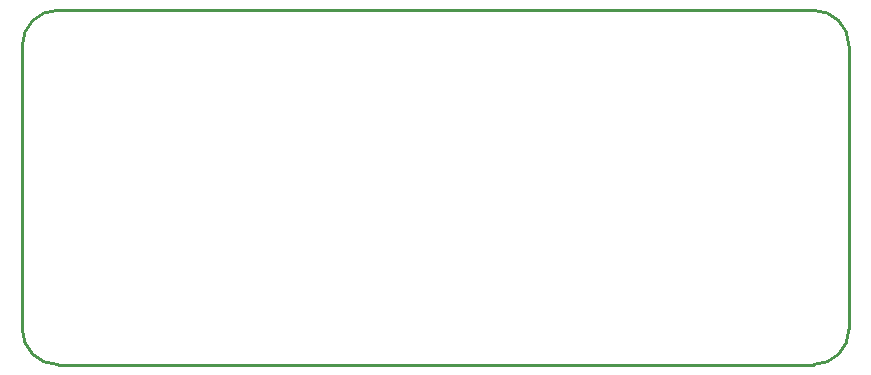
<source format=gko>
G04 Layer: BoardOutlineLayer*
G04 EasyEDA v6.5.20, 2023-08-22 18:50:07*
G04 a67cddfb3fce44daa9051d46cbbcc19f,10*
G04 Gerber Generator version 0.2*
G04 Scale: 100 percent, Rotated: No, Reflected: No *
G04 Dimensions in millimeters *
G04 leading zeros omitted , absolute positions ,4 integer and 5 decimal *
%FSLAX45Y45*%
%MOMM*%

%ADD10C,0.2540*%
D10*
X6699986Y0D02*
G01*
X299999Y0D01*
X0Y299999D02*
G01*
X0Y2699994D01*
X6999986Y2699994D02*
G01*
X6999986Y299999D01*
X299999Y2999994D02*
G01*
X6699986Y2999994D01*
G75*
G01*
X6699987Y2999994D02*
G02*
X6999986Y2699995I0J-299999D01*
G75*
G01*
X6999986Y299999D02*
G02*
X6699987Y0I-299999J0D01*
G75*
G01*
X299999Y0D02*
G02*
X0Y299999I0J299999D01*
G75*
G01*
X0Y2699995D02*
G02*
X299999Y2999994I299999J0D01*

%LPD*%
M02*

</source>
